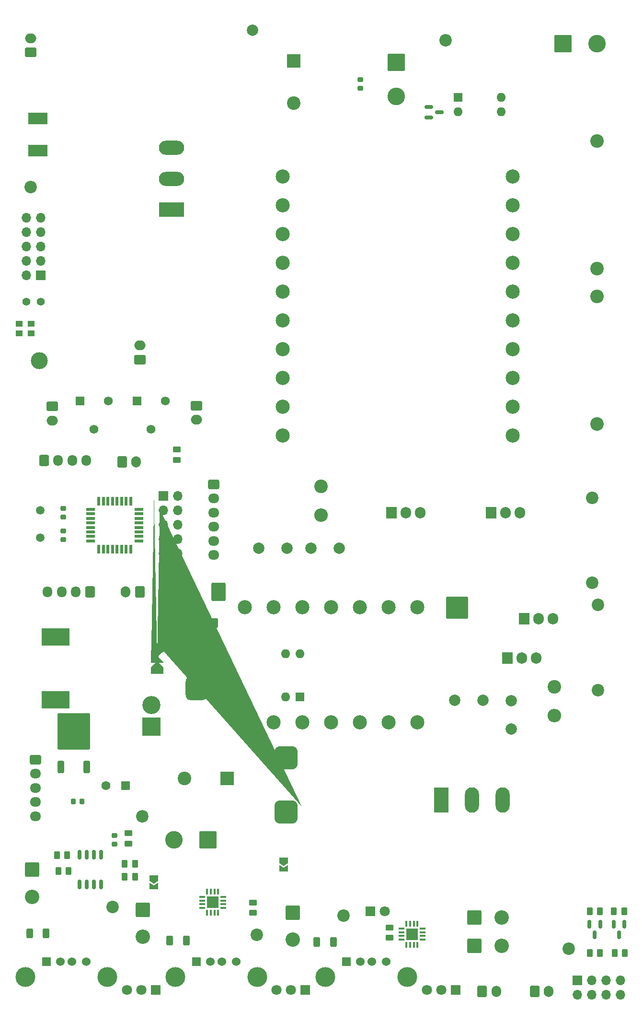
<source format=gbr>
%TF.GenerationSoftware,KiCad,Pcbnew,7.0.7-7.0.7~ubuntu22.04.1*%
%TF.CreationDate,2023-08-15T15:57:07+03:00*%
%TF.ProjectId,supply,73757070-6c79-42e6-9b69-6361645f7063,rev?*%
%TF.SameCoordinates,Original*%
%TF.FileFunction,Soldermask,Top*%
%TF.FilePolarity,Negative*%
%FSLAX46Y46*%
G04 Gerber Fmt 4.6, Leading zero omitted, Abs format (unit mm)*
G04 Created by KiCad (PCBNEW 7.0.7-7.0.7~ubuntu22.04.1) date 2023-08-15 15:57:07*
%MOMM*%
%LPD*%
G01*
G04 APERTURE LIST*
G04 Aperture macros list*
%AMRoundRect*
0 Rectangle with rounded corners*
0 $1 Rounding radius*
0 $2 $3 $4 $5 $6 $7 $8 $9 X,Y pos of 4 corners*
0 Add a 4 corners polygon primitive as box body*
4,1,4,$2,$3,$4,$5,$6,$7,$8,$9,$2,$3,0*
0 Add four circle primitives for the rounded corners*
1,1,$1+$1,$2,$3*
1,1,$1+$1,$4,$5*
1,1,$1+$1,$6,$7*
1,1,$1+$1,$8,$9*
0 Add four rect primitives between the rounded corners*
20,1,$1+$1,$2,$3,$4,$5,0*
20,1,$1+$1,$4,$5,$6,$7,0*
20,1,$1+$1,$6,$7,$8,$9,0*
20,1,$1+$1,$8,$9,$2,$3,0*%
%AMFreePoly0*
4,1,6,1.000000,0.000000,0.500000,-0.750000,-0.500000,-0.750000,-0.500000,0.750000,0.500000,0.750000,1.000000,0.000000,1.000000,0.000000,$1*%
%AMFreePoly1*
4,1,6,0.500000,-0.750000,-0.650000,-0.750000,-0.150000,0.000000,-0.650000,0.750000,0.500000,0.750000,0.500000,-0.750000,0.500000,-0.750000,$1*%
%AMFreePoly2*
4,1,48,1.015063,1.095106,1.030902,1.095106,1.043715,1.085796,1.058779,1.080902,1.068088,1.068088,1.080902,1.058779,1.085796,1.043715,1.095106,1.030902,1.095106,1.015062,1.100000,1.000000,1.100000,-1.000000,1.095106,-1.015062,1.095106,-1.030902,1.085796,-1.043715,1.080902,-1.058779,1.068088,-1.068088,1.058779,-1.080902,1.043715,-1.085796,1.030902,-1.095106,1.015063,-1.095106,
1.000000,-1.100000,0.000000,-1.100000,-0.007671,-1.097507,-0.015643,-1.098770,-0.036509,-1.088137,-0.058779,-1.080902,-0.063522,-1.074373,-0.070710,-1.070711,-1.070711,-0.070711,-1.077901,-0.056598,-1.089101,-0.045399,-1.091578,-0.029754,-1.098769,-0.015643,-1.096291,0.000000,-1.098769,0.015643,-1.091578,0.029754,-1.089101,0.045399,-1.077901,0.056598,-1.070711,0.070711,-0.070710,1.070711,
-0.063522,1.074373,-0.058779,1.080902,-0.036509,1.088137,-0.015643,1.098770,-0.007671,1.097507,0.000000,1.100000,1.000000,1.100000,1.015063,1.095106,1.015063,1.095106,$1*%
%AMFreePoly3*
4,1,55,1.022267,1.092764,1.045399,1.089101,1.051104,1.083395,1.058779,1.080902,1.072544,1.061955,1.089101,1.045399,1.090363,1.037429,1.095106,1.030902,1.095106,1.007488,1.098770,0.984357,1.095106,0.977166,1.095106,0.969098,1.081341,0.950152,1.070711,0.929290,0.250000,0.108579,0.250000,-0.108579,1.070711,-0.929290,1.081341,-0.950152,1.095106,-0.969098,1.095106,-0.977166,
1.098770,-0.984357,1.095106,-1.007488,1.095106,-1.030902,1.090363,-1.037429,1.089101,-1.045399,1.072544,-1.061955,1.058779,-1.080902,1.051104,-1.083395,1.045399,-1.089101,1.022267,-1.092764,1.000000,-1.100000,-1.000000,-1.100000,-1.015063,-1.095106,-1.030902,-1.095106,-1.043715,-1.085796,-1.058779,-1.080902,-1.068088,-1.068088,-1.080902,-1.058779,-1.085796,-1.043715,-1.095106,-1.030902,
-1.095106,-1.015062,-1.100000,-1.000000,-1.100000,1.000000,-1.095106,1.015062,-1.095106,1.030902,-1.085796,1.043715,-1.080902,1.058779,-1.068088,1.068088,-1.058779,1.080902,-1.043715,1.085796,-1.030902,1.095106,-1.015063,1.095106,-1.000000,1.100000,1.000000,1.100000,1.022267,1.092764,1.022267,1.092764,$1*%
G04 Aperture macros list end*
%ADD10RoundRect,0.250000X-0.450000X0.262500X-0.450000X-0.262500X0.450000X-0.262500X0.450000X0.262500X0*%
%ADD11R,1.600000X1.600000*%
%ADD12O,1.600000X1.600000*%
%ADD13RoundRect,0.150000X-0.150000X0.587500X-0.150000X-0.587500X0.150000X-0.587500X0.150000X0.587500X0*%
%ADD14RoundRect,0.087500X-0.425000X-0.087500X0.425000X-0.087500X0.425000X0.087500X-0.425000X0.087500X0*%
%ADD15RoundRect,0.087500X-0.087500X-0.425000X0.087500X-0.425000X0.087500X0.425000X-0.087500X0.425000X0*%
%ADD16R,2.100000X2.100000*%
%ADD17R,1.700000X1.700000*%
%ADD18O,1.700000X1.700000*%
%ADD19RoundRect,0.225000X0.225000X0.250000X-0.225000X0.250000X-0.225000X-0.250000X0.225000X-0.250000X0*%
%ADD20R,1.800000X1.800000*%
%ADD21C,1.800000*%
%ADD22RoundRect,0.250000X0.262500X0.450000X-0.262500X0.450000X-0.262500X-0.450000X0.262500X-0.450000X0*%
%ADD23C,2.200000*%
%ADD24RoundRect,0.225000X-0.250000X0.225000X-0.250000X-0.225000X0.250000X-0.225000X0.250000X0.225000X0*%
%ADD25RoundRect,0.250000X0.450000X-0.262500X0.450000X0.262500X-0.450000X0.262500X-0.450000X-0.262500X0*%
%ADD26R,1.560000X1.560000*%
%ADD27C,1.560000*%
%ADD28RoundRect,0.150000X-0.150000X0.675000X-0.150000X-0.675000X0.150000X-0.675000X0.150000X0.675000X0*%
%ADD29RoundRect,0.250002X1.699998X1.699998X-1.699998X1.699998X-1.699998X-1.699998X1.699998X-1.699998X0*%
%ADD30RoundRect,0.249999X-1.025001X1.025001X-1.025001X-1.025001X1.025001X-1.025001X1.025001X1.025001X0*%
%ADD31C,2.550000*%
%ADD32C,2.400000*%
%ADD33O,2.400000X2.400000*%
%ADD34RoundRect,0.250000X0.750000X-0.600000X0.750000X0.600000X-0.750000X0.600000X-0.750000X-0.600000X0*%
%ADD35O,2.000000X1.700000*%
%ADD36RoundRect,0.250000X0.312500X0.625000X-0.312500X0.625000X-0.312500X-0.625000X0.312500X-0.625000X0*%
%ADD37C,1.400000*%
%ADD38C,2.500000*%
%ADD39RoundRect,0.250000X-0.725000X0.600000X-0.725000X-0.600000X0.725000X-0.600000X0.725000X0.600000X0*%
%ADD40O,1.950000X1.700000*%
%ADD41R,2.400000X2.400000*%
%ADD42RoundRect,0.250000X-0.600000X-0.750000X0.600000X-0.750000X0.600000X0.750000X-0.600000X0.750000X0*%
%ADD43O,1.700000X2.000000*%
%ADD44RoundRect,0.250000X-0.312500X-0.625000X0.312500X-0.625000X0.312500X0.625000X-0.312500X0.625000X0*%
%ADD45C,2.000000*%
%ADD46FreePoly0,270.000000*%
%ADD47FreePoly1,270.000000*%
%ADD48RoundRect,0.250000X0.600000X0.725000X-0.600000X0.725000X-0.600000X-0.725000X0.600000X-0.725000X0*%
%ADD49O,1.700000X1.950000*%
%ADD50RoundRect,0.250000X-0.600000X-0.725000X0.600000X-0.725000X0.600000X0.725000X-0.600000X0.725000X0*%
%ADD51RoundRect,0.249999X-1.025001X-1.025001X1.025001X-1.025001X1.025001X1.025001X-1.025001X1.025001X0*%
%ADD52R,4.500000X2.500000*%
%ADD53O,4.500000X2.500000*%
%ADD54R,1.600000X0.550000*%
%ADD55R,0.550000X1.600000*%
%ADD56R,1.905000X2.000000*%
%ADD57O,1.905000X2.000000*%
%ADD58R,1.524000X1.524000*%
%ADD59C,1.524000*%
%ADD60C,3.500000*%
%ADD61RoundRect,0.150000X-0.587500X-0.150000X0.587500X-0.150000X0.587500X0.150000X-0.587500X0.150000X0*%
%ADD62RoundRect,0.249999X-1.300001X-1.300001X1.300001X-1.300001X1.300001X1.300001X-1.300001X1.300001X0*%
%ADD63C,3.100000*%
%ADD64RoundRect,0.250000X-0.262500X-0.450000X0.262500X-0.450000X0.262500X0.450000X-0.262500X0.450000X0*%
%ADD65RoundRect,0.250000X-0.750000X0.600000X-0.750000X-0.600000X0.750000X-0.600000X0.750000X0.600000X0*%
%ADD66R,1.300000X1.100000*%
%ADD67R,3.400000X2.000000*%
%ADD68RoundRect,0.952500X0.952500X-1.167500X0.952500X1.167500X-0.952500X1.167500X-0.952500X-1.167500X0*%
%ADD69RoundRect,0.087500X0.425000X0.087500X-0.425000X0.087500X-0.425000X-0.087500X0.425000X-0.087500X0*%
%ADD70RoundRect,0.087500X0.087500X0.425000X-0.087500X0.425000X-0.087500X-0.425000X0.087500X-0.425000X0*%
%ADD71RoundRect,0.250000X0.600000X0.750000X-0.600000X0.750000X-0.600000X-0.750000X0.600000X-0.750000X0*%
%ADD72RoundRect,0.250000X-1.000000X1.400000X-1.000000X-1.400000X1.000000X-1.400000X1.000000X1.400000X0*%
%ADD73RoundRect,0.249999X-1.300001X1.300001X-1.300001X-1.300001X1.300001X-1.300001X1.300001X1.300001X0*%
%ADD74C,1.600000*%
%ADD75FreePoly2,270.000000*%
%ADD76FreePoly3,270.000000*%
%ADD77RoundRect,1.025000X1.025000X1.025000X-1.025000X1.025000X-1.025000X-1.025000X1.025000X-1.025000X0*%
%ADD78R,2.500000X4.500000*%
%ADD79O,2.500000X4.500000*%
%ADD80RoundRect,0.249999X1.300001X1.300001X-1.300001X1.300001X-1.300001X-1.300001X1.300001X-1.300001X0*%
%ADD81C,3.000000*%
%ADD82C,1.500000*%
%ADD83R,5.000000X3.100000*%
%ADD84RoundRect,0.250000X0.350000X-0.850000X0.350000X0.850000X-0.350000X0.850000X-0.350000X-0.850000X0*%
%ADD85RoundRect,0.249997X2.650003X-2.950003X2.650003X2.950003X-2.650003X2.950003X-2.650003X-2.950003X0*%
%ADD86RoundRect,0.225000X0.250000X-0.225000X0.250000X0.225000X-0.250000X0.225000X-0.250000X-0.225000X0*%
%ADD87R,3.200000X3.200000*%
%ADD88O,3.200000X3.200000*%
G04 APERTURE END LIST*
D10*
%TO.C,R3*%
X129000000Y-216837500D03*
X129000000Y-218662500D03*
%TD*%
D11*
%TO.C,U16*%
X165200000Y-74725000D03*
D12*
X165200000Y-77265000D03*
X172820000Y-77265000D03*
X172820000Y-74725000D03*
%TD*%
D13*
%TO.C,Q12*%
X190350000Y-220662500D03*
X188450000Y-220662500D03*
X189400000Y-222537500D03*
%TD*%
D14*
%TO.C,U21*%
X155237500Y-221425000D03*
X155237500Y-222075000D03*
X155237500Y-222725000D03*
X155237500Y-223375000D03*
D15*
X156125000Y-224262500D03*
X156775000Y-224262500D03*
X157425000Y-224262500D03*
X158075000Y-224262500D03*
D14*
X158962500Y-223375000D03*
X158962500Y-222725000D03*
X158962500Y-222075000D03*
X158962500Y-221425000D03*
D15*
X158075000Y-220537500D03*
X157425000Y-220537500D03*
X156775000Y-220537500D03*
X156125000Y-220537500D03*
D16*
X157100000Y-222400000D03*
%TD*%
D17*
%TO.C,J10*%
X113175000Y-145080000D03*
D18*
X115715000Y-145080000D03*
X113175000Y-147620000D03*
X115715000Y-147620000D03*
X113175000Y-150160000D03*
X115715000Y-150160000D03*
X113175000Y-152700000D03*
X115715000Y-152700000D03*
X113175000Y-155240000D03*
X115715000Y-155240000D03*
%TD*%
D19*
%TO.C,C8*%
X98775000Y-199000000D03*
X97225000Y-199000000D03*
%TD*%
D20*
%TO.C,D3*%
X111800000Y-232250000D03*
D21*
X109260000Y-232250000D03*
X106720000Y-232250000D03*
%TD*%
D22*
%TO.C,R19*%
X108162500Y-210000000D03*
X106337500Y-210000000D03*
%TD*%
D23*
%TO.C,H1*%
X184800000Y-225000000D03*
%TD*%
D24*
%TO.C,C27*%
X95500000Y-147225000D03*
X95500000Y-148775000D03*
%TD*%
D25*
%TO.C,R11*%
X107000000Y-206412500D03*
X107000000Y-204587500D03*
%TD*%
D26*
%TO.C,RV3*%
X108500000Y-128260000D03*
D27*
X111000000Y-133260000D03*
X113500000Y-128260000D03*
%TD*%
D25*
%TO.C,R63*%
X153150000Y-223062500D03*
X153150000Y-221237500D03*
%TD*%
D28*
%TO.C,U7*%
X102155000Y-208375000D03*
X100885000Y-208375000D03*
X99615000Y-208375000D03*
X98345000Y-208375000D03*
X98345000Y-213625000D03*
X99615000Y-213625000D03*
X100885000Y-213625000D03*
X102155000Y-213625000D03*
%TD*%
D29*
%TO.C,J2*%
X165100000Y-164750000D03*
%TD*%
D30*
%TO.C,F2*%
X109500000Y-218100000D03*
D31*
X109500000Y-222900000D03*
%TD*%
D17*
%TO.C,J11*%
X91525000Y-106075000D03*
D18*
X88985000Y-106075000D03*
X91525000Y-103535000D03*
X88985000Y-103535000D03*
X91525000Y-100995000D03*
X88985000Y-100995000D03*
X91525000Y-98455000D03*
X88985000Y-98455000D03*
X91525000Y-95915000D03*
X88985000Y-95915000D03*
%TD*%
D17*
%TO.C,J20*%
X186350000Y-230575000D03*
D18*
X186350000Y-233115000D03*
X188890000Y-230575000D03*
X188890000Y-233115000D03*
X191430000Y-230575000D03*
X191430000Y-233115000D03*
X193970000Y-230575000D03*
X193970000Y-233115000D03*
%TD*%
D32*
%TO.C,R43*%
X141000000Y-143360000D03*
D33*
X141000000Y-148440000D03*
%TD*%
D34*
%TO.C,D22*%
X89750000Y-66750000D03*
D35*
X89750000Y-64250000D03*
%TD*%
D36*
%TO.C,R21*%
X143212500Y-223750000D03*
X140287500Y-223750000D03*
%TD*%
D23*
%TO.C,C12*%
X188925200Y-160357200D03*
X188925200Y-145357200D03*
%TD*%
D36*
%TO.C,R14*%
X117212500Y-223500000D03*
X114287500Y-223500000D03*
%TD*%
D37*
%TO.C,JP4*%
X91500000Y-110750000D03*
X88960000Y-110750000D03*
%TD*%
D38*
%TO.C,TR1*%
X127600000Y-185000000D03*
X127600000Y-164680000D03*
X132680000Y-185000000D03*
X132680000Y-164680000D03*
X137760000Y-185000000D03*
X137760000Y-164680000D03*
X142840000Y-185000000D03*
X142840000Y-164680000D03*
X147920000Y-185000000D03*
X147920000Y-164680000D03*
X153000000Y-185000000D03*
X153000000Y-164680000D03*
X158080000Y-185000000D03*
X158080000Y-164680000D03*
%TD*%
D22*
%TO.C,R60*%
X190312500Y-225700000D03*
X188487500Y-225700000D03*
%TD*%
D39*
%TO.C,J12*%
X122025000Y-143000000D03*
D40*
X122025000Y-145500000D03*
X122025000Y-148000000D03*
X122025000Y-150500000D03*
X122025000Y-153000000D03*
X122025000Y-155500000D03*
%TD*%
D20*
%TO.C,D12*%
X149725000Y-218350000D03*
D21*
X152265000Y-218350000D03*
%TD*%
D41*
%TO.C,C15*%
X124400000Y-194950000D03*
D32*
X116900000Y-194950000D03*
%TD*%
D42*
%TO.C,J22*%
X169500000Y-232550000D03*
D43*
X172000000Y-232550000D03*
%TD*%
D44*
%TO.C,RV1*%
X119287500Y-167500000D03*
X122212500Y-167500000D03*
%TD*%
D23*
%TO.C,H6*%
X104200000Y-217600000D03*
%TD*%
D45*
%TO.C,TP2*%
X128900000Y-62800000D03*
%TD*%
D23*
%TO.C,H5*%
X145000000Y-219100000D03*
%TD*%
D46*
%TO.C,JP3*%
X134450000Y-209375000D03*
D47*
X134450000Y-210825000D03*
%TD*%
D45*
%TO.C,C40*%
X135000000Y-154250000D03*
X130000000Y-154250000D03*
%TD*%
D48*
%TO.C,J6*%
X100175000Y-162000000D03*
D49*
X97675000Y-162000000D03*
X95175000Y-162000000D03*
X92675000Y-162000000D03*
%TD*%
D50*
%TO.C,J8*%
X92075000Y-138800000D03*
D49*
X94575000Y-138800000D03*
X97075000Y-138800000D03*
X99575000Y-138800000D03*
%TD*%
D46*
%TO.C,JP2*%
X111500000Y-212525000D03*
D47*
X111500000Y-213975000D03*
%TD*%
D24*
%TO.C,C51*%
X148000000Y-71525000D03*
X148000000Y-73075000D03*
%TD*%
D39*
%TO.C,J14*%
X90525000Y-191600000D03*
D40*
X90525000Y-194100000D03*
X90525000Y-196600000D03*
X90525000Y-199100000D03*
X90525000Y-201600000D03*
%TD*%
D51*
%TO.C,F6*%
X168100000Y-224500000D03*
D31*
X172900000Y-224500000D03*
%TD*%
D23*
%TO.C,C14*%
X189992000Y-179305600D03*
X189992000Y-164305600D03*
%TD*%
D52*
%TO.C,D21*%
X114600000Y-94500000D03*
D53*
X114600000Y-89050000D03*
X114600000Y-83600000D03*
%TD*%
D54*
%TO.C,U12*%
X100325000Y-147400000D03*
X100325000Y-148200000D03*
X100325000Y-149000000D03*
X100325000Y-149800000D03*
X100325000Y-150600000D03*
X100325000Y-151400000D03*
X100325000Y-152200000D03*
X100325000Y-153000000D03*
D55*
X101775000Y-154450000D03*
X102575000Y-154450000D03*
X103375000Y-154450000D03*
X104175000Y-154450000D03*
X104975000Y-154450000D03*
X105775000Y-154450000D03*
X106575000Y-154450000D03*
X107375000Y-154450000D03*
D54*
X108825000Y-153000000D03*
X108825000Y-152200000D03*
X108825000Y-151400000D03*
X108825000Y-150600000D03*
X108825000Y-149800000D03*
X108825000Y-149000000D03*
X108825000Y-148200000D03*
X108825000Y-147400000D03*
D55*
X107375000Y-145950000D03*
X106575000Y-145950000D03*
X105775000Y-145950000D03*
X104975000Y-145950000D03*
X104175000Y-145950000D03*
X103375000Y-145950000D03*
X102575000Y-145950000D03*
X101775000Y-145950000D03*
%TD*%
D56*
%TO.C,QP1*%
X153475000Y-147995000D03*
D57*
X156015000Y-147995000D03*
X158555000Y-147995000D03*
%TD*%
D25*
%TO.C,R31*%
X115500000Y-138662500D03*
X115500000Y-136837500D03*
%TD*%
D32*
%TO.C,R4*%
X182270400Y-178765200D03*
D33*
X182270400Y-183845200D03*
%TD*%
D20*
%TO.C,D8*%
X138250000Y-232250000D03*
D21*
X135710000Y-232250000D03*
X133170000Y-232250000D03*
%TD*%
D51*
%TO.C,F5*%
X168100000Y-219500000D03*
D31*
X172900000Y-219500000D03*
%TD*%
D58*
%TO.C,J4*%
X119000000Y-227272500D03*
D59*
X121500000Y-227272500D03*
X123500000Y-227272500D03*
X126000000Y-227272500D03*
D60*
X115250000Y-229982500D03*
X129750000Y-229982500D03*
%TD*%
D61*
%TO.C,Q8*%
X160062500Y-76350000D03*
X160062500Y-78250000D03*
X161937500Y-77300000D03*
%TD*%
D62*
%TO.C,J1*%
X183750000Y-65250000D03*
D63*
X189750000Y-65250000D03*
%TD*%
D30*
%TO.C,F3*%
X136000000Y-218600000D03*
D31*
X136000000Y-223400000D03*
%TD*%
D34*
%TO.C,M1*%
X108975000Y-121000000D03*
D35*
X108975000Y-118500000D03*
%TD*%
D56*
%TO.C,QP2*%
X171075000Y-148000000D03*
D57*
X173615000Y-148000000D03*
X176155000Y-148000000D03*
%TD*%
D24*
%TO.C,C13*%
X104500000Y-204975000D03*
X104500000Y-206525000D03*
%TD*%
D64*
%TO.C,R7*%
X94337500Y-208500000D03*
X96162500Y-208500000D03*
%TD*%
D65*
%TO.C,TH1*%
X119025000Y-129100000D03*
D35*
X119025000Y-131600000D03*
%TD*%
D45*
%TO.C,C5*%
X174599600Y-181203600D03*
X174599600Y-186203600D03*
%TD*%
D66*
%TO.C,X2*%
X87700000Y-116325000D03*
X89800000Y-116325000D03*
X89800000Y-114675000D03*
X87700000Y-114675000D03*
%TD*%
D65*
%TO.C,TH2*%
X93500000Y-129250000D03*
D35*
X93500000Y-131750000D03*
%TD*%
D64*
%TO.C,R20*%
X106337500Y-212250000D03*
X108162500Y-212250000D03*
%TD*%
D45*
%TO.C,C39*%
X144250000Y-154250000D03*
X139250000Y-154250000D03*
%TD*%
D67*
%TO.C,L3*%
X91000000Y-84100000D03*
X91000000Y-78400000D03*
%TD*%
D32*
%TO.C,C45*%
X189800000Y-132350000D03*
X189800000Y-109850000D03*
%TD*%
D68*
%TO.C,F4*%
X119000000Y-178975000D03*
X119000000Y-172565000D03*
%TD*%
D22*
%TO.C,R55*%
X194612500Y-218400000D03*
X192787500Y-218400000D03*
%TD*%
D20*
%TO.C,D11*%
X164800000Y-232250000D03*
D21*
X162260000Y-232250000D03*
X159720000Y-232250000D03*
%TD*%
D26*
%TO.C,RV4*%
X98425000Y-128260000D03*
D27*
X100925000Y-133260000D03*
X103425000Y-128260000D03*
%TD*%
D69*
%TO.C,U1*%
X123737500Y-217775000D03*
X123737500Y-217125000D03*
X123737500Y-216475000D03*
X123737500Y-215825000D03*
D70*
X122850000Y-214937500D03*
X122200000Y-214937500D03*
X121550000Y-214937500D03*
X120900000Y-214937500D03*
D69*
X120012500Y-215825000D03*
X120012500Y-216475000D03*
X120012500Y-217125000D03*
X120012500Y-217775000D03*
D70*
X120900000Y-218662500D03*
X121550000Y-218662500D03*
X122200000Y-218662500D03*
X122850000Y-218662500D03*
D16*
X121875000Y-216800000D03*
%TD*%
D64*
%TO.C,R59*%
X192887500Y-225700000D03*
X194712500Y-225700000D03*
%TD*%
D56*
%TO.C,Q3*%
X176960000Y-166695000D03*
D57*
X179500000Y-166695000D03*
X182040000Y-166695000D03*
%TD*%
D30*
%TO.C,F1*%
X90000000Y-211000000D03*
D31*
X90000000Y-215800000D03*
%TD*%
D71*
%TO.C,SW3*%
X109000000Y-162000000D03*
D43*
X106500000Y-162000000D03*
%TD*%
D72*
%TO.C,D6*%
X122900000Y-162000000D03*
X116100000Y-162000000D03*
%TD*%
D73*
%TO.C,J16*%
X154300000Y-68526400D03*
D63*
X154300000Y-74526400D03*
%TD*%
D58*
%TO.C,J3*%
X92500000Y-227272500D03*
D59*
X95000000Y-227272500D03*
X97000000Y-227272500D03*
X99500000Y-227272500D03*
D60*
X88750000Y-229982500D03*
X103250000Y-229982500D03*
%TD*%
D36*
%TO.C,R12*%
X92462500Y-222300000D03*
X89537500Y-222300000D03*
%TD*%
D11*
%TO.C,C11*%
X106475000Y-196200000D03*
D74*
X102975000Y-196200000D03*
%TD*%
D58*
%TO.C,J5*%
X145500000Y-227272500D03*
D59*
X148000000Y-227272500D03*
X150000000Y-227272500D03*
X152500000Y-227272500D03*
D60*
X141750000Y-229982500D03*
X156250000Y-229982500D03*
%TD*%
D22*
%TO.C,R56*%
X190312500Y-218400000D03*
X188487500Y-218400000D03*
%TD*%
D23*
%TO.C,H4*%
X109400000Y-201600000D03*
%TD*%
D42*
%TO.C,J21*%
X178750000Y-232550000D03*
D43*
X181250000Y-232550000D03*
%TD*%
D75*
%TO.C,JP1*%
X112100000Y-175335000D03*
D76*
X112100000Y-173430000D03*
%TD*%
D77*
%TO.C,L2*%
X134850000Y-200850000D03*
X134850000Y-191250000D03*
%TD*%
D78*
%TO.C,D4*%
X162250000Y-198770000D03*
D79*
X167700000Y-198770000D03*
X173150000Y-198770000D03*
%TD*%
D45*
%TO.C,C3*%
X164672000Y-181152800D03*
X169672000Y-181152800D03*
%TD*%
D23*
%TO.C,H3*%
X89750000Y-90500000D03*
%TD*%
D41*
%TO.C,C46*%
X136200000Y-68222220D03*
D32*
X136200000Y-75722220D03*
%TD*%
D13*
%TO.C,Q11*%
X194650000Y-220662500D03*
X192750000Y-220662500D03*
X193700000Y-222537500D03*
%TD*%
D80*
%TO.C,J15*%
X121000000Y-205750000D03*
D63*
X115000000Y-205750000D03*
%TD*%
D42*
%TO.C,D13*%
X105875000Y-139000000D03*
D43*
X108375000Y-139000000D03*
%TD*%
D56*
%TO.C,Q2*%
X173960000Y-173695000D03*
D57*
X176500000Y-173695000D03*
X179040000Y-173695000D03*
%TD*%
D81*
%TO.C,TP1*%
X91275000Y-121200000D03*
%TD*%
D32*
%TO.C,C44*%
X189800000Y-104918000D03*
X189800000Y-82418000D03*
%TD*%
D82*
%TO.C,X1*%
X91375000Y-152450000D03*
X91375000Y-147570000D03*
%TD*%
D83*
%TO.C,L1*%
X94100000Y-169950000D03*
X94100000Y-181050000D03*
%TD*%
D23*
%TO.C,H7*%
X129700000Y-222500000D03*
%TD*%
%TO.C,H2*%
X163000000Y-64600000D03*
%TD*%
D84*
%TO.C,Q1*%
X95020000Y-192900000D03*
D85*
X97300000Y-186600000D03*
D84*
X99580000Y-192900000D03*
%TD*%
D86*
%TO.C,C28*%
X95500000Y-152775000D03*
X95500000Y-151225000D03*
%TD*%
D38*
%TO.C,TR2*%
X174920000Y-134360000D03*
X134280000Y-134360000D03*
X174920000Y-129280000D03*
X134280000Y-129280000D03*
X174920000Y-124200000D03*
X134280000Y-124200000D03*
X174920000Y-119120000D03*
X134280000Y-119120000D03*
X174920000Y-114040000D03*
X134280000Y-114040000D03*
X174920000Y-108960000D03*
X134280000Y-108960000D03*
X174920000Y-103880000D03*
X134280000Y-103880000D03*
X174920000Y-98800000D03*
X134280000Y-98800000D03*
X174920000Y-93720000D03*
X134280000Y-93720000D03*
X174920000Y-88640000D03*
X134280000Y-88640000D03*
%TD*%
D64*
%TO.C,R8*%
X94587500Y-211250000D03*
X96412500Y-211250000D03*
%TD*%
D87*
%TO.C,D2*%
X111050000Y-185755000D03*
D88*
X111050000Y-181945000D03*
%TD*%
D11*
%TO.C,U2*%
X137275000Y-180550000D03*
D12*
X134735000Y-180550000D03*
X134735000Y-172930000D03*
X137275000Y-172930000D03*
%TD*%
M02*

</source>
